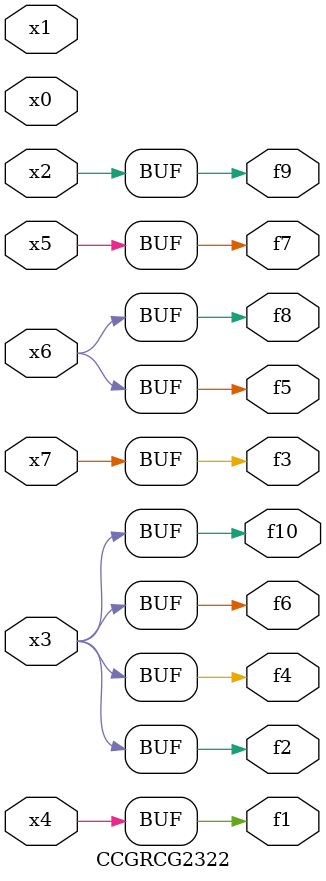
<source format=v>
module CCGRCG2322(
	input x0, x1, x2, x3, x4, x5, x6, x7,
	output f1, f2, f3, f4, f5, f6, f7, f8, f9, f10
);
	assign f1 = x4;
	assign f2 = x3;
	assign f3 = x7;
	assign f4 = x3;
	assign f5 = x6;
	assign f6 = x3;
	assign f7 = x5;
	assign f8 = x6;
	assign f9 = x2;
	assign f10 = x3;
endmodule

</source>
